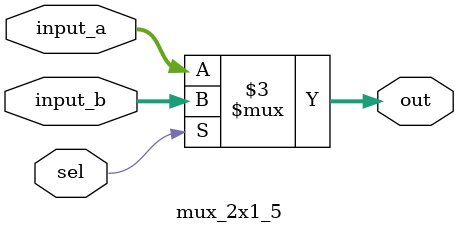
<source format=v>
/*
 * Mark Mossberg
 * 12/5/2014
 * EECE 3324
 *
 * mux_2x1_5.v -- 5 bit 2-to-1 multiplexer
 */

module mux_2x1_5 (input_a, input_b, sel, out);

input [4:0] input_a, input_b;
input sel;
output reg [4:0] out;

always @(sel or input_a or input_b )
begin
    if (sel)
        out <= input_b;
    else
        out <= input_a;
end

endmodule

</source>
